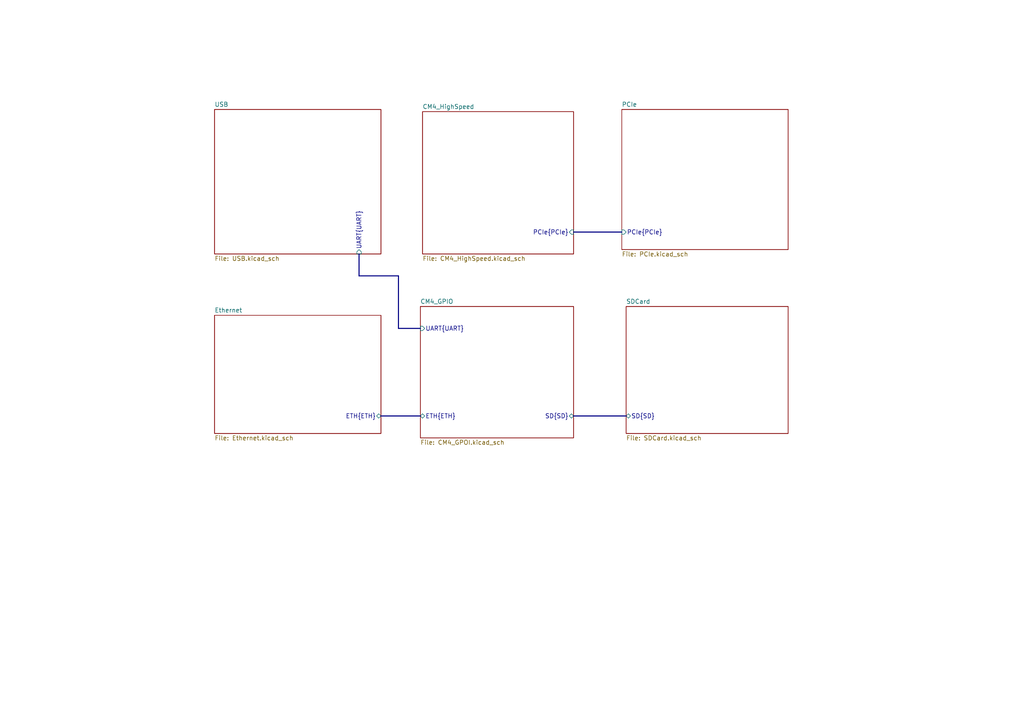
<source format=kicad_sch>
(kicad_sch
	(version 20250114)
	(generator "eeschema")
	(generator_version "9.0")
	(uuid "938dda83-8624-4563-91c2-df725c684a81")
	(paper "A4")
	(title_block
		(title "HomeLabIO")
		(rev "v0.3")
	)
	(lib_symbols)
	(bus
		(pts
			(xy 166.37 67.31) (xy 180.34 67.31)
		)
		(stroke
			(width 0)
			(type default)
		)
		(uuid "8394bb4a-50a0-40b5-a00c-a1db53ec8286")
	)
	(bus
		(pts
			(xy 115.57 95.25) (xy 115.57 80.01)
		)
		(stroke
			(width 0)
			(type default)
		)
		(uuid "93dcd711-aec1-48de-a98b-5b507493312e")
	)
	(bus
		(pts
			(xy 121.92 95.25) (xy 115.57 95.25)
		)
		(stroke
			(width 0)
			(type default)
		)
		(uuid "cfa46d99-60de-48a7-9ad0-ba8146a43e0f")
	)
	(bus
		(pts
			(xy 110.49 120.65) (xy 121.92 120.65)
		)
		(stroke
			(width 0)
			(type default)
		)
		(uuid "d536825e-e6cf-4d49-b791-e97946ed1345")
	)
	(bus
		(pts
			(xy 166.37 120.65) (xy 181.61 120.65)
		)
		(stroke
			(width 0)
			(type default)
		)
		(uuid "e2273b03-2f98-4138-912f-4496a37700a8")
	)
	(bus
		(pts
			(xy 104.14 80.01) (xy 104.14 73.66)
		)
		(stroke
			(width 0)
			(type default)
		)
		(uuid "e2a27a6f-39e3-4f7b-a726-4146aa5179c5")
	)
	(bus
		(pts
			(xy 115.57 80.01) (xy 104.14 80.01)
		)
		(stroke
			(width 0)
			(type default)
		)
		(uuid "ef0d388a-67b8-4f0c-8f6f-5be7f514e5a4")
	)
	(sheet
		(at 122.555 32.385)
		(size 43.815 41.275)
		(exclude_from_sim no)
		(in_bom yes)
		(on_board yes)
		(dnp no)
		(fields_autoplaced yes)
		(stroke
			(width 0.1524)
			(type solid)
		)
		(fill
			(color 0 0 0 0.0000)
		)
		(uuid "0f7e1f65-12bd-4e02-aa22-415c85e14dc4")
		(property "Sheetname" "CM4_HighSpeed"
			(at 122.555 31.6734 0)
			(effects
				(font
					(size 1.27 1.27)
				)
				(justify left bottom)
			)
		)
		(property "Sheetfile" "CM4_HighSpeed.kicad_sch"
			(at 122.555 74.2446 0)
			(effects
				(font
					(size 1.27 1.27)
				)
				(justify left top)
			)
		)
		(pin "PCIe{PCIe}" input
			(at 166.37 67.31 0)
			(uuid "db28edaa-f629-4876-a16c-eaa0c47b5589")
			(effects
				(font
					(size 1.27 1.27)
				)
				(justify right)
			)
		)
		(instances
			(project "HomeLabIO"
				(path "/938dda83-8624-4563-91c2-df725c684a81"
					(page "3")
				)
			)
		)
	)
	(sheet
		(at 62.23 31.75)
		(size 48.26 41.91)
		(exclude_from_sim no)
		(in_bom yes)
		(on_board yes)
		(dnp no)
		(fields_autoplaced yes)
		(stroke
			(width 0.1524)
			(type solid)
		)
		(fill
			(color 0 0 0 0.0000)
		)
		(uuid "534e9bc1-67ee-4d82-aee9-2ebd69c5b207")
		(property "Sheetname" "USB"
			(at 62.23 31.0384 0)
			(effects
				(font
					(size 1.27 1.27)
				)
				(justify left bottom)
			)
		)
		(property "Sheetfile" "USB.kicad_sch"
			(at 62.23 74.2446 0)
			(effects
				(font
					(size 1.27 1.27)
				)
				(justify left top)
			)
		)
		(pin "UART{UART}" input
			(at 104.14 73.66 270)
			(uuid "bd30d59f-2bf4-4d75-8410-602a2909a2bc")
			(effects
				(font
					(size 1.27 1.27)
				)
				(justify left)
			)
		)
		(instances
			(project "HomeLabIO"
				(path "/938dda83-8624-4563-91c2-df725c684a81"
					(page "7")
				)
			)
		)
	)
	(sheet
		(at 62.23 91.44)
		(size 48.26 34.29)
		(exclude_from_sim no)
		(in_bom yes)
		(on_board yes)
		(dnp no)
		(fields_autoplaced yes)
		(stroke
			(width 0.1524)
			(type solid)
		)
		(fill
			(color 0 0 0 0.0000)
		)
		(uuid "98eb5bb7-2985-4fcc-8153-2530b826c61e")
		(property "Sheetname" "Ethernet"
			(at 62.23 90.7284 0)
			(effects
				(font
					(size 1.27 1.27)
				)
				(justify left bottom)
			)
		)
		(property "Sheetfile" "Ethernet.kicad_sch"
			(at 62.23 126.3146 0)
			(effects
				(font
					(size 1.27 1.27)
				)
				(justify left top)
			)
		)
		(pin "ETH{ETH}" bidirectional
			(at 110.49 120.65 0)
			(uuid "fb2972bf-777f-4066-b925-dd8e62fa42d9")
			(effects
				(font
					(size 1.27 1.27)
				)
				(justify right)
			)
		)
		(instances
			(project "HomeLabIO"
				(path "/938dda83-8624-4563-91c2-df725c684a81"
					(page "4")
				)
			)
		)
	)
	(sheet
		(at 181.61 88.9)
		(size 46.99 36.83)
		(exclude_from_sim no)
		(in_bom yes)
		(on_board yes)
		(dnp no)
		(fields_autoplaced yes)
		(stroke
			(width 0.1524)
			(type solid)
		)
		(fill
			(color 0 0 0 0.0000)
		)
		(uuid "b4bfb465-2ae0-4afa-a213-08638b3f0b2d")
		(property "Sheetname" "SDCard"
			(at 181.61 88.1884 0)
			(effects
				(font
					(size 1.27 1.27)
				)
				(justify left bottom)
			)
		)
		(property "Sheetfile" "SDCard.kicad_sch"
			(at 181.61 126.3146 0)
			(effects
				(font
					(size 1.27 1.27)
				)
				(justify left top)
			)
		)
		(pin "SD{SD}" bidirectional
			(at 181.61 120.65 180)
			(uuid "e8b088df-002f-4db6-a73c-2658cb455682")
			(effects
				(font
					(size 1.27 1.27)
				)
				(justify left)
			)
		)
		(instances
			(project "HomeLabIO"
				(path "/938dda83-8624-4563-91c2-df725c684a81"
					(page "5")
				)
			)
		)
	)
	(sheet
		(at 121.92 88.9)
		(size 44.45 38.1)
		(exclude_from_sim no)
		(in_bom yes)
		(on_board yes)
		(dnp no)
		(fields_autoplaced yes)
		(stroke
			(width 0.1524)
			(type solid)
		)
		(fill
			(color 0 0 0 0.0000)
		)
		(uuid "ca370b1f-0541-49c0-b507-b29c9c38f03b")
		(property "Sheetname" "CM4_GPIO"
			(at 121.92 88.1884 0)
			(effects
				(font
					(size 1.27 1.27)
				)
				(justify left bottom)
			)
		)
		(property "Sheetfile" "CM4_GPOI.kicad_sch"
			(at 121.92 127.5846 0)
			(effects
				(font
					(size 1.27 1.27)
				)
				(justify left top)
			)
		)
		(pin "ETH{ETH}" bidirectional
			(at 121.92 120.65 180)
			(uuid "b6613d5a-775f-4682-afed-66f883ba22f7")
			(effects
				(font
					(size 1.27 1.27)
				)
				(justify left)
			)
		)
		(pin "SD{SD}" bidirectional
			(at 166.37 120.65 0)
			(uuid "faeccca0-11cc-4f04-b89d-3e0f035197d6")
			(effects
				(font
					(size 1.27 1.27)
				)
				(justify right)
			)
		)
		(pin "UART{UART}" input
			(at 121.92 95.25 180)
			(uuid "b5876912-5ba1-4716-840f-f663d27d1766")
			(effects
				(font
					(size 1.27 1.27)
				)
				(justify left)
			)
		)
		(instances
			(project "HomeLabIO"
				(path "/938dda83-8624-4563-91c2-df725c684a81"
					(page "2")
				)
			)
		)
	)
	(sheet
		(at 180.34 31.75)
		(size 48.26 40.64)
		(exclude_from_sim no)
		(in_bom yes)
		(on_board yes)
		(dnp no)
		(fields_autoplaced yes)
		(stroke
			(width 0.1524)
			(type solid)
		)
		(fill
			(color 0 0 0 0.0000)
		)
		(uuid "dc22fdde-180e-4231-b9f6-8fe5f9be630d")
		(property "Sheetname" "PCIe"
			(at 180.34 31.0384 0)
			(effects
				(font
					(size 1.27 1.27)
				)
				(justify left bottom)
			)
		)
		(property "Sheetfile" "PCIe.kicad_sch"
			(at 180.34 72.9746 0)
			(effects
				(font
					(size 1.27 1.27)
				)
				(justify left top)
			)
		)
		(pin "PCIe{PCIe}" input
			(at 180.34 67.31 180)
			(uuid "aed4da63-d181-4305-8dd1-6233f7ba27b2")
			(effects
				(font
					(size 1.27 1.27)
				)
				(justify left)
			)
		)
		(instances
			(project "HomeLabIO"
				(path "/938dda83-8624-4563-91c2-df725c684a81"
					(page "6")
				)
			)
		)
	)
	(sheet_instances
		(path "/"
			(page "1")
		)
	)
	(embedded_fonts no)
)

</source>
